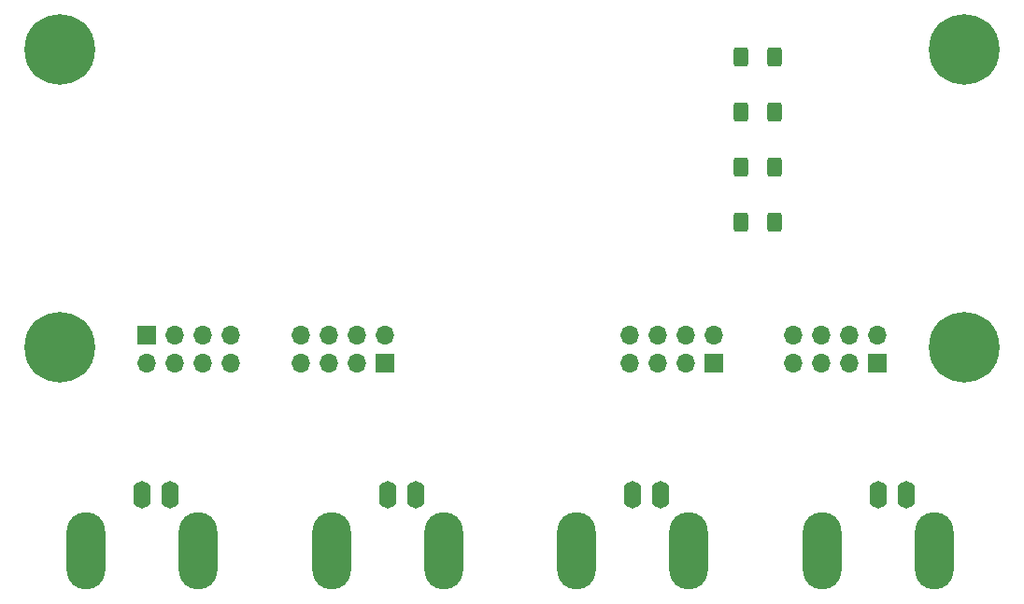
<source format=gbr>
%TF.GenerationSoftware,KiCad,Pcbnew,(6.0.0)*%
%TF.CreationDate,2022-09-15T20:56:53-04:00*%
%TF.ProjectId,Load_PCB_KiCAD,4c6f6164-5f50-4434-925f-4b694341442e,rev?*%
%TF.SameCoordinates,Original*%
%TF.FileFunction,Soldermask,Top*%
%TF.FilePolarity,Negative*%
%FSLAX46Y46*%
G04 Gerber Fmt 4.6, Leading zero omitted, Abs format (unit mm)*
G04 Created by KiCad (PCBNEW (6.0.0)) date 2022-09-15 20:56:53*
%MOMM*%
%LPD*%
G01*
G04 APERTURE LIST*
G04 Aperture macros list*
%AMRoundRect*
0 Rectangle with rounded corners*
0 $1 Rounding radius*
0 $2 $3 $4 $5 $6 $7 $8 $9 X,Y pos of 4 corners*
0 Add a 4 corners polygon primitive as box body*
4,1,4,$2,$3,$4,$5,$6,$7,$8,$9,$2,$3,0*
0 Add four circle primitives for the rounded corners*
1,1,$1+$1,$2,$3*
1,1,$1+$1,$4,$5*
1,1,$1+$1,$6,$7*
1,1,$1+$1,$8,$9*
0 Add four rect primitives between the rounded corners*
20,1,$1+$1,$2,$3,$4,$5,0*
20,1,$1+$1,$4,$5,$6,$7,0*
20,1,$1+$1,$6,$7,$8,$9,0*
20,1,$1+$1,$8,$9,$2,$3,0*%
G04 Aperture macros list end*
%ADD10C,6.400000*%
%ADD11O,1.600000X2.500000*%
%ADD12O,3.500000X7.000000*%
%ADD13RoundRect,0.250000X0.400000X0.625000X-0.400000X0.625000X-0.400000X-0.625000X0.400000X-0.625000X0*%
%ADD14R,1.700000X1.700000*%
%ADD15O,1.700000X1.700000*%
G04 APERTURE END LIST*
D10*
%TO.C,H4*%
X79000000Y-66000000D03*
%TD*%
%TO.C,H3*%
X79000000Y-93000000D03*
%TD*%
%TO.C,H2*%
X161000000Y-93000000D03*
%TD*%
%TO.C,H1*%
X161000000Y-66000000D03*
%TD*%
D11*
%TO.C,J3*%
X155685000Y-106420000D03*
X153145000Y-106420000D03*
D12*
X148065000Y-111500000D03*
X158225000Y-111500000D03*
%TD*%
D13*
%TO.C,R4*%
X143820000Y-66710000D03*
X140720000Y-66710000D03*
%TD*%
%TO.C,R3*%
X140720000Y-71710000D03*
X143820000Y-71710000D03*
%TD*%
%TO.C,R2*%
X140720000Y-76710000D03*
X143820000Y-76710000D03*
%TD*%
%TO.C,R1*%
X143820000Y-81710000D03*
X140720000Y-81710000D03*
%TD*%
D12*
%TO.C,J8*%
X91550000Y-111500000D03*
X81390000Y-111500000D03*
D11*
X86470000Y-106420000D03*
X89010000Y-106420000D03*
%TD*%
D14*
%TO.C,J7*%
X86850000Y-91880000D03*
D15*
X86850000Y-94420000D03*
X89390000Y-91880000D03*
X89390000Y-94420000D03*
X91930000Y-91880000D03*
X91930000Y-94420000D03*
X94470000Y-91880000D03*
X94470000Y-94420000D03*
%TD*%
D14*
%TO.C,J6*%
X138270000Y-94420000D03*
D15*
X138270000Y-91880000D03*
X135730000Y-94420000D03*
X135730000Y-91880000D03*
X133190000Y-94420000D03*
X133190000Y-91880000D03*
X130650000Y-94420000D03*
X130650000Y-91880000D03*
%TD*%
D12*
%TO.C,J5*%
X136000000Y-111500000D03*
X125840000Y-111500000D03*
D11*
X130920000Y-106420000D03*
X133460000Y-106420000D03*
%TD*%
D14*
%TO.C,J4*%
X153070000Y-94420000D03*
D15*
X153070000Y-91880000D03*
X150530000Y-94420000D03*
X150530000Y-91880000D03*
X147990000Y-94420000D03*
X147990000Y-91880000D03*
X145450000Y-94420000D03*
X145450000Y-91880000D03*
%TD*%
%TO.C,J2*%
X100850000Y-91880000D03*
X100850000Y-94420000D03*
X103390000Y-91880000D03*
X103390000Y-94420000D03*
X105930000Y-91880000D03*
X105930000Y-94420000D03*
X108470000Y-91880000D03*
D14*
X108470000Y-94420000D03*
%TD*%
D11*
%TO.C,J1*%
X111235000Y-106420000D03*
X108695000Y-106420000D03*
D12*
X103615000Y-111500000D03*
X113775000Y-111500000D03*
%TD*%
M02*

</source>
